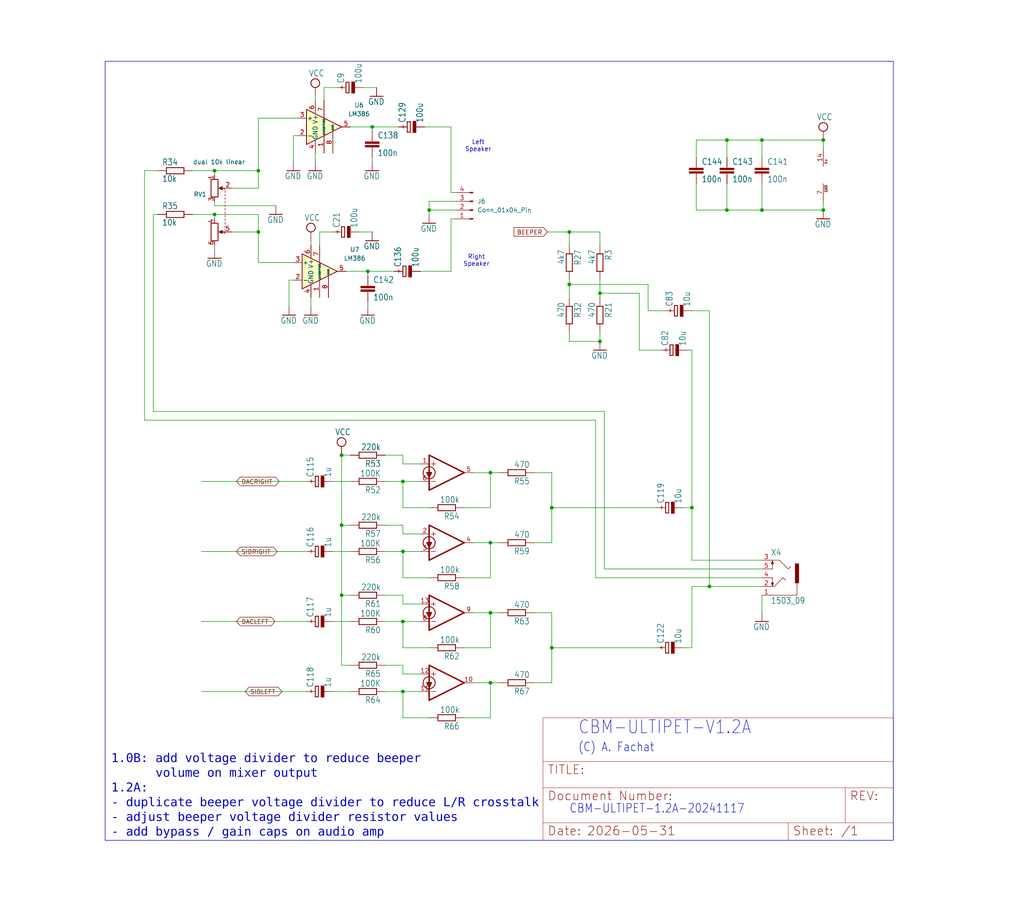
<source format=kicad_sch>
(kicad_sch (version 20250114) (generator "eeschema") (generator_version "9.0")
  (paper "User" 297.002 264.312)
  (lib_symbols
    (symbol "Amplifier_Audio:LM386" (pin_names (offset 0.127))
      (property "Reference" "U" (at 1.27 7.62 0))
      (property "Value" "LM386" (at 1.27 5.08 0))
      (symbol "LM386_0_1"
        (polyline (pts (xy 5.08 0) (xy -5.08 5.08) (xy -5.08 -5.08) (xy 5.08 0)) (stroke (width 0.254)) (fill (type background)))
      )
      (symbol "LM386_1_1"
        (pin input line (at -7.62 2.54 0) (length 2.54) (name "+") (number "3"))
        (pin input line (at -7.62 -2.54 0) (length 2.54) (name "-") (number "2"))
        (pin power_in line (at -2.54 7.62 270) (length 3.81) (name "V+") (number "6"))
        (pin power_in line (at -2.54 -7.62 90) (length 3.81) (name "GND") (number "4"))
        (pin input line (at 0 7.62 270) (length 5.08) (name "BYPASS") (number "7"))
        (pin input line (at 0 -7.62 90) (length 5.08) (name "GAIN") (number "1"))
        (pin input line (at 2.54 -7.62 90) (length 6.35) (name "GAIN") (number "8"))
        (pin output line (at 7.62 0 180) (length 2.54) (name "~") (number "5"))
      )
    )
    (symbol "Connector:Conn_01x04_Pin" (pin_names (offset 1.016) (hide yes))
      (property "Reference" "J" (at 0 5.08 0))
      (property "Value" "Conn_01x04_Pin" (at 0 -7.62 0))
      (symbol "Conn_01x04_Pin_1_1"
        (rectangle (start 0.8636 2.667) (end 0 2.413) (stroke (width 0.1524)) (fill (type outline)))
        (rectangle (start 0.8636 0.127) (end 0 -0.127) (stroke (width 0.1524)) (fill (type outline)))
        (rectangle (start 0.8636 -2.413) (end 0 -2.667) (stroke (width 0.1524)) (fill (type outline)))
        (rectangle (start 0.8636 -4.953) (end 0 -5.207) (stroke (width 0.1524)) (fill (type outline)))
        (polyline (pts (xy 1.27 2.54) (xy 0.8636 2.54)) (stroke (width 0.1524)))
        (polyline (pts (xy 1.27 0) (xy 0.8636 0)) (stroke (width 0.1524)))
        (polyline (pts (xy 1.27 -2.54) (xy 0.8636 -2.54)) (stroke (width 0.1524)))
        (polyline (pts (xy 1.27 -5.08) (xy 0.8636 -5.08)) (stroke (width 0.1524)))
        (pin passive line (at 5.08 2.54 180) (length 3.81) (name "Pin_1") (number "1"))
        (pin passive line (at 5.08 0 180) (length 3.81) (name "Pin_2") (number "2"))
        (pin passive line (at 5.08 -2.54 180) (length 3.81) (name "Pin_3") (number "3"))
        (pin passive line (at 5.08 -5.08 180) (length 3.81) (name "Pin_4") (number "4"))
      )
    )
    (symbol "Device:R_Potentiometer_Dual" (pin_names (offset 1.016) (hide yes))
      (property "Reference" "RV" (at 0 3.81 0))
      (property "Value" "R_Potentiometer_Dual" (at 0 1.905 0))
      (symbol "R_Potentiometer_Dual_0_1"
        (rectangle (start -8.89 -1.524) (end -3.81 -3.556) (stroke (width 0.254)))
        (polyline (pts (xy -6.35 0) (xy -6.35 -1.016)))
        (polyline (pts (xy -6.35 0) (xy -6.35 -1.016)))
        (polyline (pts (xy -6.35 0) (xy -5.842 0.508)))
        (polyline (pts (xy -6.35 -1.397) (xy -6.858 -0.254) (xy -5.842 -0.254) (xy -6.35 -1.397)) (fill (type outline)))
        (polyline (pts (xy -5.588 0.508) (xy -5.08 0.508)))
        (polyline (pts (xy -4.572 0.508) (xy -4.064 0.508)))
        (polyline (pts (xy -3.556 0.508) (xy -3.048 0.508)))
        (polyline (pts (xy -2.54 0.508) (xy -2.032 0.508)))
        (polyline (pts (xy -1.524 0.508) (xy -1.016 0.508)))
        (polyline (pts (xy -0.508 0.508) (xy 0 0.508)))
        (polyline (pts (xy 0.508 0.508) (xy 1.016 0.508)))
        (polyline (pts (xy 1.524 0.508) (xy 2.032 0.508)))
        (polyline (pts (xy 2.54 0.508) (xy 3.048 0.508)))
        (polyline (pts (xy 3.556 0.508) (xy 4.064 0.508)))
        (rectangle (start 3.81 -1.524) (end 8.89 -3.556) (stroke (width 0.254)))
        (polyline (pts (xy 4.572 0.508) (xy 5.08 0.508)))
        (polyline (pts (xy 5.588 0.508) (xy 6.096 0.508)))
        (polyline (pts (xy 6.35 0) (xy 6.35 -1.016)))
        (polyline (pts (xy 6.35 0) (xy 6.35 -1.016)))
        (polyline (pts (xy 6.35 -1.397) (xy 5.842 -0.254) (xy 6.858 -0.254) (xy 6.35 -1.397)) (fill (type outline)))
        (polyline (pts (xy 6.604 0.508) (xy 6.858 0.508) (xy 6.35 0)))
      )
      (symbol "R_Potentiometer_Dual_1_1"
        (pin passive line (at -10.16 -2.54 0) (length 1.27) (name "1") (number "1"))
        (pin passive line (at -6.35 2.54 270) (length 2.54) (name "2") (number "2"))
        (pin passive line (at -2.54 -2.54 180) (length 1.27) (name "3") (number "3"))
        (pin passive line (at 2.54 -2.54 0) (length 1.27) (name "4") (number "4"))
        (pin passive line (at 6.35 2.54 270) (length 2.54) (name "5") (number "5"))
        (pin passive line (at 10.16 -2.54 180) (length 1.27) (name "6") (number "6"))
      )
    )
    (symbol "cbm_ultipet_v1-eagle-import:1503_09"
      (property "Reference" "X" (at -2.54 6.35 0))
      (symbol "1503_09_1_0"
        (polyline (pts (xy -2.54 5.08) (xy 0 5.08)) (stroke (width 0.1524)))
        (polyline (pts (xy -2.54 2.54) (xy -2.032 2.54)) (stroke (width 0.1524)))
        (polyline (pts (xy -2.54 0) (xy -2.032 0)) (stroke (width 0.1524)))
        (polyline (pts (xy -2.54 -2.54) (xy -1.524 -2.54)) (stroke (width 0.1524)))
        (polyline (pts (xy -2.54 -5.08) (xy 5.08 -5.08)) (stroke (width 0.1524)))
        (polyline (pts (xy -2.286 4.064) (xy -1.778 4.064)) (stroke (width 0.254)))
        (polyline (pts (xy -2.286 -1.524) (xy -1.778 -1.524)) (stroke (width 0.254)))
        (polyline (pts (xy -2.032 4.826) (xy -2.286 4.064)) (stroke (width 0.254)))
        (polyline (pts (xy -2.032 2.54) (xy -2.032 4.826)) (stroke (width 0.1524)))
        (polyline (pts (xy -2.032 0) (xy -2.032 -2.286)) (stroke (width 0.1524)))
        (polyline (pts (xy -2.032 -2.286) (xy -2.286 -1.524)) (stroke (width 0.254)))
        (polyline (pts (xy -1.778 4.064) (xy -2.032 4.826)) (stroke (width 0.254)))
        (polyline (pts (xy -1.778 -1.524) (xy -2.032 -2.286)) (stroke (width 0.254)))
        (polyline (pts (xy -1.524 -2.54) (xy 1.016 0)) (stroke (width 0.1524)))
        (polyline (pts (xy 0 5.08) (xy 2.54 2.54)) (stroke (width 0.1524)))
        (polyline (pts (xy 1.016 0) (xy 1.778 -0.762)) (stroke (width 0.1524)))
        (polyline (pts (xy 2.54 2.54) (xy 3.302 3.302)) (stroke (width 0.1524)))
        (rectangle (start 4.572 4.064) (end 5.588 -1.524) (fill (type outline)))
        (polyline (pts (xy 5.08 -5.08) (xy 5.08 -1.524)) (stroke (width 0.1524)))
        (pin passive line (at -5.08 5.08 0) (length 2.54) (name "3") (number "3"))
        (pin passive line (at -5.08 2.54 0) (length 2.54) (name "5") (number "5"))
        (pin passive line (at -5.08 0 0) (length 2.54) (name "4") (number "4"))
        (pin passive line (at -5.08 -2.54 0) (length 2.54) (name "2") (number "2"))
        (pin passive line (at -5.08 -5.08 0) (length 2.54) (name "1") (number "1"))
      )
    )
    (symbol "cbm_ultipet_v1-eagle-import:C-EU025-024X044"
      (property "Reference" "C" (at 1.524 0.381 0))
      (symbol "C-EU025-024X044_1_0"
        (rectangle (start -2.032 -1.016) (end 2.032 -0.508) (fill (type outline)))
        (rectangle (start -2.032 -2.032) (end 2.032 -1.524) (fill (type outline)))
        (polyline (pts (xy 0 0) (xy 0 -0.508)) (stroke (width 0.1524)))
        (polyline (pts (xy 0 -2.54) (xy 0 -2.032)) (stroke (width 0.1524)))
        (pin passive line (at 0 2.54 270) (length 2.54) (name "1") (number "1"))
        (pin passive line (at 0 -5.08 90) (length 2.54) (name "2") (number "2"))
      )
    )
    (symbol "cbm_ultipet_v1-eagle-import:CPOL-EUE2-5"
      (property "Reference" "C" (at 1.143 0.4826 0))
      (symbol "CPOL-EUE2-5_1_0"
        (rectangle (start -1.651 -2.54) (end 1.651 -1.651) (fill (type outline)))
        (polyline (pts (xy -1.524 0) (xy -1.524 -0.889)) (stroke (width 0.254)))
        (polyline (pts (xy -1.524 0) (xy 1.524 0)) (stroke (width 0.254)))
        (polyline (pts (xy -1.524 -0.889) (xy 1.524 -0.889)) (stroke (width 0.254)))
        (polyline (pts (xy 1.524 -0.889) (xy 1.524 0)) (stroke (width 0.254)))
        (text "+" (at -0.5842 0.4064 900) (effects (font (size 1.27 1.0795)) (justify left bottom)))
        (pin passive line (at 0 2.54 270) (length 2.54) (name "+") (number "+"))
        (pin passive line (at 0 -5.08 90) (length 2.54) (name "-") (number "-"))
      )
    )
    (symbol "cbm_ultipet_v1-eagle-import:DOCFIELD"
      (symbol "DOCFIELD_1_0"
        (polyline (pts (xy 0 22.86) (xy 0 35.56)) (stroke (width 0.1016)))
        (polyline (pts (xy 0 22.86) (xy 101.6 22.86)) (stroke (width 0.1016)))
        (polyline (pts (xy 0 15.24) (xy 0 22.86)) (stroke (width 0.1016)))
        (polyline (pts (xy 0 5.08) (xy 0 15.24)) (stroke (width 0.1016)))
        (polyline (pts (xy 0 5.08) (xy 71.12 5.08)) (stroke (width 0.1016)))
        (polyline (pts (xy 0 0) (xy 0 5.08)) (stroke (width 0.1016)))
        (polyline (pts (xy 0 0) (xy 71.12 0)) (stroke (width 0.1016)))
        (polyline (pts (xy 71.12 5.08) (xy 71.12 0)) (stroke (width 0.1016)))
        (polyline (pts (xy 71.12 5.08) (xy 87.63 5.08)) (stroke (width 0.1016)))
        (polyline (pts (xy 71.12 0) (xy 101.6 0)) (stroke (width 0.1016)))
        (polyline (pts (xy 87.63 15.24) (xy 0 15.24)) (stroke (width 0.1016)))
        (polyline (pts (xy 87.63 15.24) (xy 87.63 5.08)) (stroke (width 0.1016)))
        (polyline (pts (xy 87.63 5.08) (xy 101.6 5.08)) (stroke (width 0.1016)))
        (polyline (pts (xy 101.6 35.56) (xy 0 35.56)) (stroke (width 0.1016)))
        (polyline (pts (xy 101.6 35.56) (xy 101.6 22.86)) (stroke (width 0.1016)))
        (polyline (pts (xy 101.6 22.86) (xy 101.6 15.24)) (stroke (width 0.1016)))
        (polyline (pts (xy 101.6 15.24) (xy 87.63 15.24)) (stroke (width 0.1016)))
        (polyline (pts (xy 101.6 15.24) (xy 101.6 5.08)) (stroke (width 0.1016)))
        (polyline (pts (xy 101.6 5.08) (xy 101.6 0)) (stroke (width 0.1016)))
        (text "TITLE:" (at 1.27 19.05 0) (effects (font (size 2.54 2.54)) (justify left bottom)))
        (text "Document Number:" (at 1.27 11.43 0) (effects (font (size 2.54 2.54)) (justify left bottom)))
        (text "Date:" (at 1.27 1.27 0) (effects (font (size 2.54 2.54)) (justify left bottom)))
        (text "${CURRENT_DATE}" (at 12.7 1.27 0) (effects (font (size 2.54 2.54)) (justify left bottom)))
        (text "${PROJECTNAME}" (at 17.78 19.05 0) (effects (font (size 2.54 2.54)) (justify left bottom)))
        (text "Sheet:" (at 72.39 1.27 0) (effects (font (size 2.54 2.54)) (justify left bottom)))
        (text "${#}/${##}" (at 86.36 1.27 0) (effects (font (size 2.54 2.54)) (justify left bottom)))
        (text "REV:" (at 88.9 11.43 0) (effects (font (size 2.54 2.54)) (justify left bottom)))
      )
    )
    (symbol "cbm_ultipet_v1-eagle-import:GND" (power)
      (property "Value" "GND" (at -2.54 -2.54 0))
      (symbol "GND_1_0"
        (polyline (pts (xy -1.905 0) (xy 1.905 0)) (stroke (width 0.254)))
        (pin power_in line (at 0 2.54 270) (length 2.54) (name "GND") (number "1"))
      )
    )
    (symbol "cbm_ultipet_v1-eagle-import:LM3900N"
      (symbol "LM3900N_1_0"
        (polyline (pts (xy -5.715 0) (xy -5.1562 -1.1176)) (stroke (width 0.4064)))
        (polyline (pts (xy -5.715 0) (xy -4.445 0)) (stroke (width 0.4064)))
        (polyline (pts (xy -5.08 5.08) (xy -5.08 -5.08)) (stroke (width 0.4064)))
        (circle (center -5.08 0) (radius 1.7526) (stroke (width 0.254)))
        (polyline (pts (xy -5.08 -5.08) (xy 5.08 0)) (stroke (width 0.4064)))
        (polyline (pts (xy -4.445 2.54) (xy -3.175 2.54)) (stroke (width 0.1524)))
        (polyline (pts (xy -4.445 0) (xy -5.0038 -1.1176)) (stroke (width 0.4064)))
        (polyline (pts (xy -4.445 -2.54) (xy -3.175 -2.54)) (stroke (width 0.1524)))
        (polyline (pts (xy -3.81 3.175) (xy -3.81 1.905)) (stroke (width 0.1524)))
        (polyline (pts (xy 5.08 0) (xy -5.08 5.08)) (stroke (width 0.4064)))
        (pin input line (at -7.62 2.54 0) (length 2.54) (name "+IN") (number "1"))
        (pin input line (at -7.62 -2.54 0) (length 2.54) (name "-IN") (number "6"))
        (pin output line (at 7.62 0 180) (length 2.54) (name "OUT") (number "5"))
      )
      (symbol "LM3900N_2_0"
        (polyline (pts (xy -5.715 0) (xy -5.1562 -1.1176)) (stroke (width 0.4064)))
        (polyline (pts (xy -5.715 0) (xy -4.445 0)) (stroke (width 0.4064)))
        (polyline (pts (xy -5.08 5.08) (xy -5.08 -5.08)) (stroke (width 0.4064)))
        (circle (center -5.08 0) (radius 1.7526) (stroke (width 0.254)))
        (polyline (pts (xy -5.08 -5.08) (xy 5.08 0)) (stroke (width 0.4064)))
        (polyline (pts (xy -4.445 2.54) (xy -3.175 2.54)) (stroke (width 0.1524)))
        (polyline (pts (xy -4.445 0) (xy -5.0038 -1.1176)) (stroke (width 0.4064)))
        (polyline (pts (xy -4.445 -2.54) (xy -3.175 -2.54)) (stroke (width 0.1524)))
        (polyline (pts (xy -3.81 3.175) (xy -3.81 1.905)) (stroke (width 0.1524)))
        (polyline (pts (xy 5.08 0) (xy -5.08 5.08)) (stroke (width 0.4064)))
        (pin input line (at -7.62 2.54 0) (length 2.54) (name "+IN") (number "2"))
        (pin input line (at -7.62 -2.54 0) (length 2.54) (name "-IN") (number "3"))
        (pin output line (at 7.62 0 180) (length 2.54) (name "OUT") (number "4"))
      )
      (symbol "LM3900N_3_0"
        (polyline (pts (xy -5.715 0) (xy -5.1562 -1.1176)) (stroke (width 0.4064)))
        (polyline (pts (xy -5.715 0) (xy -4.445 0)) (stroke (width 0.4064)))
        (polyline (pts (xy -5.08 5.08) (xy -5.08 -5.08)) (stroke (width 0.4064)))
        (circle (center -5.08 0) (radius 1.7526) (stroke (width 0.254)))
        (polyline (pts (xy -5.08 -5.08) (xy 5.08 0)) (stroke (width 0.4064)))
        (polyline (pts (xy -4.445 2.54) (xy -3.175 2.54)) (stroke (width 0.1524)))
        (polyline (pts (xy -4.445 0) (xy -5.0038 -1.1176)) (stroke (width 0.4064)))
        (polyline (pts (xy -4.445 -2.54) (xy -3.175 -2.54)) (stroke (width 0.1524)))
        (polyline (pts (xy -3.81 3.175) (xy -3.81 1.905)) (stroke (width 0.1524)))
        (polyline (pts (xy 5.08 0) (xy -5.08 5.08)) (stroke (width 0.4064)))
        (pin input line (at -7.62 2.54 0) (length 2.54) (name "+IN") (number "13"))
        (pin input line (at -7.62 -2.54 0) (length 2.54) (name "-IN") (number "8"))
        (pin output line (at 7.62 0 180) (length 2.54) (name "OUT") (number "9"))
      )
      (symbol "LM3900N_4_0"
        (polyline (pts (xy -5.715 0) (xy -5.1562 -1.1176)) (stroke (width 0.4064)))
        (polyline (pts (xy -5.715 0) (xy -4.445 0)) (stroke (width 0.4064)))
        (polyline (pts (xy -5.08 5.08) (xy -5.08 -5.08)) (stroke (width 0.4064)))
        (circle (center -5.08 0) (radius 1.7526) (stroke (width 0.254)))
        (polyline (pts (xy -5.08 -5.08) (xy 5.08 0)) (stroke (width 0.4064)))
        (polyline (pts (xy -4.445 2.54) (xy -3.175 2.54)) (stroke (width 0.1524)))
        (polyline (pts (xy -4.445 0) (xy -5.0038 -1.1176)) (stroke (width 0.4064)))
        (polyline (pts (xy -4.445 -2.54) (xy -3.175 -2.54)) (stroke (width 0.1524)))
        (polyline (pts (xy -3.81 3.175) (xy -3.81 1.905)) (stroke (width 0.1524)))
        (polyline (pts (xy 5.08 0) (xy -5.08 5.08)) (stroke (width 0.4064)))
        (pin input line (at -7.62 2.54 0) (length 2.54) (name "+IN") (number "12"))
        (pin input line (at -7.62 -2.54 0) (length 2.54) (name "-IN") (number "11"))
        (pin output line (at 7.62 0 180) (length 2.54) (name "OUT") (number "10"))
      )
      (symbol "LM3900N_5_0"
        (text "V+" (at 1.27 3.175 900) (effects (font (size 0.8128 0.6908)) (justify left bottom)))
        (text "GND" (at 1.27 -5.08 900) (effects (font (size 0.8128 0.6908)) (justify left bottom)))
        (pin power_in line (at 0 7.62 270) (length 5.08) (name "V+") (number "14"))
        (pin power_in line (at 0 -7.62 90) (length 5.08) (name "GND") (number "7"))
      )
    )
    (symbol "cbm_ultipet_v1-eagle-import:R-EU_0204/7"
      (property "Reference" "R" (at -3.81 1.4986 0))
      (symbol "R-EU_0204/7_1_0"
        (polyline (pts (xy -2.54 -0.889) (xy -2.54 0.889)) (stroke (width 0.254)))
        (polyline (pts (xy -2.54 -0.889) (xy 2.54 -0.889)) (stroke (width 0.254)))
        (polyline (pts (xy 2.54 0.889) (xy -2.54 0.889)) (stroke (width 0.254)))
        (polyline (pts (xy 2.54 -0.889) (xy 2.54 0.889)) (stroke (width 0.254)))
        (pin passive line (at -5.08 0 0) (length 2.54) (name "1") (number "1"))
        (pin passive line (at 5.08 0 180) (length 2.54) (name "2") (number "2"))
      )
    )
    (symbol "cbm_ultipet_v1-eagle-import:VCC" (power)
      (property "Value" "VCC" (at -1.905 3.175 0))
      (symbol "VCC_1_0"
        (circle (center 0 1.27) (radius 1.27) (stroke (width 0.254)))
        (pin power_in line (at 0 -2.54 90) (length 2.54) (name "VCC") (number "1"))
      )
    )
  )
  (text "Right\nSpeaker\n" (at 138.176 75.692 0) (effects (font (size 1.27 1.27))))
  (text "CBM-ULTIPET-V1.2A" (at 167.64 213.36 0) (effects (font (size 3.81 3.2385)) (justify left bottom)))
  (text "(C) A. Fachat" (at 167.64 218.44 0) (effects (font (size 2.54 2.159)) (justify left bottom)))
  (text "CBM-ULTIPET-1.2A-20241117\n" (at 165.1 236.22 0) (effects (font (size 2.54 2.159)) (justify left bottom)))
  (text "Left\nSpeaker\n" (at 138.684 42.418 0) (effects (font (size 1.27 1.27))))
  (text "1.0B: add voltage divider to reduce beeper \n      volume on mixer output\n1.2A: \n- duplicate beeper voltage divider to reduce L/R crosstalk\n- adjust beeper voltage divider resistor values\n- add bypass / gain caps on audio amp" (at 32.258 231.648 0) (effects (font (size 2.54 2.54)) (justify left)))
  (junction (at 62.23 49.53))
  (junction (at 116.84 160.02))
  (junction (at 116.84 200.66))
  (junction (at 160.02 147.32))
  (junction (at 124.46 60.96))
  (junction (at 74.93 67.31))
  (junction (at 165.1 82.55))
  (junction (at 74.93 49.53))
  (junction (at 210.82 40.64))
  (junction (at 107.95 36.83))
  (junction (at 62.23 62.23))
  (junction (at 238.76 60.96))
  (junction (at 142.24 137.16))
  (junction (at 210.82 60.96))
  (junction (at 99.06 152.4))
  (junction (at 116.84 180.34))
  (junction (at 99.06 172.72))
  (junction (at 106.68 78.74))
  (junction (at 220.98 40.64))
  (junction (at 142.24 157.48))
  (junction (at 142.24 177.8))
  (junction (at 165.1 67.31))
  (junction (at 200.66 147.32))
  (junction (at 160.02 187.96))
  (junction (at 173.99 85.09))
  (junction (at 238.76 40.64))
  (junction (at 205.74 170.18))
  (junction (at 116.84 139.7))
  (junction (at 173.99 99.06))
  (junction (at 220.98 60.96))
  (junction (at 142.24 198.12))
  (junction (at 99.06 132.08))
  (wire (pts (xy 74.93 67.31) (xy 74.93 76.2)))
  (wire (pts (xy 210.82 40.64) (xy 201.93 40.64)) (stroke (width 0.1524)))
  (wire (pts (xy 142.24 167.64) (xy 142.24 157.48)) (stroke (width 0.1524)))
  (wire (pts (xy 62.23 71.12) (xy 62.23 72.39)))
  (wire (pts (xy 137.16 137.16) (xy 142.24 137.16)) (stroke (width 0.1524)))
  (wire (pts (xy 220.98 60.96) (xy 238.76 60.96)) (stroke (width 0.1524)))
  (wire (pts (xy 104.14 67.31) (xy 107.95 67.31)))
  (wire (pts (xy 173.99 85.09) (xy 185.42 85.09)))
  (wire (pts (xy 160.02 147.32) (xy 190.5 147.32)) (stroke (width 0.1524)))
  (wire (pts (xy 124.46 167.64) (xy 116.84 167.64)) (stroke (width 0.1524)))
  (wire (pts (xy 134.62 208.28) (xy 142.24 208.28)) (stroke (width 0.1524)))
  (wire (pts (xy 67.31 67.31) (xy 74.93 67.31)))
  (wire (pts (xy 238.76 60.96) (xy 238.76 58.42)) (stroke (width 0.1524)))
  (wire (pts (xy 142.24 147.32) (xy 142.24 137.16)) (stroke (width 0.1524)))
  (wire (pts (xy 116.84 132.08) (xy 116.84 134.62)) (stroke (width 0.1524)))
  (wire (pts (xy 116.84 180.34) (xy 121.92 180.34)) (stroke (width 0.1524)))
  (wire (pts (xy 106.68 78.74) (xy 114.3 78.74)))
  (wire (pts (xy 96.52 139.7) (xy 101.6 139.7)) (stroke (width 0.1524)))
  (wire (pts (xy 220.98 167.64) (xy 172.72 167.64)))
  (wire (pts (xy 74.93 49.53) (xy 74.93 34.29)))
  (wire (pts (xy 90.17 69.85) (xy 90.17 71.12)))
  (wire (pts (xy 200.66 147.32) (xy 200.66 162.56)) (stroke (width 0.1524)))
  (wire (pts (xy 44.45 62.23) (xy 44.45 119.38)))
  (wire (pts (xy 99.06 172.72) (xy 99.06 193.04)) (stroke (width 0.1524)))
  (wire (pts (xy 130.81 63.5) (xy 132.08 63.5)))
  (wire (pts (xy 124.46 60.96) (xy 132.08 60.96)))
  (wire (pts (xy 172.72 167.64) (xy 172.72 121.92)))
  (wire (pts (xy 173.99 81.28) (xy 173.99 85.09)))
  (wire (pts (xy 111.76 193.04) (xy 116.84 193.04)) (stroke (width 0.1524)))
  (wire (pts (xy 165.1 67.31) (xy 173.99 67.31)))
  (wire (pts (xy 160.02 187.96) (xy 190.5 187.96)) (stroke (width 0.1524)))
  (wire (pts (xy 134.62 147.32) (xy 142.24 147.32)) (stroke (width 0.1524)))
  (wire (pts (xy 173.99 85.09) (xy 173.99 86.36)))
  (wire (pts (xy 44.45 119.38) (xy 175.26 119.38)))
  (wire (pts (xy 201.93 60.96) (xy 210.82 60.96)) (stroke (width 0.1524)))
  (wire (pts (xy 99.06 152.4) (xy 99.06 172.72)) (stroke (width 0.1524)))
  (wire (pts (xy 210.82 40.64) (xy 210.82 45.72)))
  (wire (pts (xy 124.46 60.96) (xy 124.46 62.23)))
  (wire (pts (xy 173.99 96.52) (xy 173.99 99.06)))
  (wire (pts (xy 165.1 99.06) (xy 165.1 96.52)))
  (wire (pts (xy 124.46 208.28) (xy 116.84 208.28)) (stroke (width 0.1524)))
  (wire (pts (xy 55.88 49.53) (xy 62.23 49.53)))
  (wire (pts (xy 116.84 139.7) (xy 121.92 139.7)) (stroke (width 0.1524)))
  (wire (pts (xy 106.68 87.63) (xy 106.68 88.9)))
  (wire (pts (xy 124.46 147.32) (xy 116.84 147.32)) (stroke (width 0.1524)))
  (wire (pts (xy 74.93 62.23) (xy 74.93 67.31)))
  (polyline (pts (xy 30.48 17.78) (xy 30.48 243.84)) (stroke (width 0.1524) (type solid)))
  (wire (pts (xy 99.06 132.08) (xy 99.06 152.4)) (stroke (width 0.1524)))
  (wire (pts (xy 106.68 78.74) (xy 106.68 80.01)))
  (wire (pts (xy 62.23 50.8) (xy 62.23 49.53)))
  (wire (pts (xy 116.84 160.02) (xy 121.92 160.02)) (stroke (width 0.1524)))
  (wire (pts (xy 142.24 198.12) (xy 144.78 198.12)) (stroke (width 0.1524)))
  (wire (pts (xy 134.62 167.64) (xy 142.24 167.64)) (stroke (width 0.1524)))
  (polyline (pts (xy 30.48 243.84) (xy 259.08 243.84)) (stroke (width 0.1524) (type solid)))
  (wire (pts (xy 92.71 71.12) (xy 92.71 67.31)))
  (wire (pts (xy 90.17 86.36) (xy 90.17 88.9)))
  (wire (pts (xy 85.09 81.28) (xy 83.82 81.28)))
  (wire (pts (xy 100.33 78.74) (xy 106.68 78.74)))
  (wire (pts (xy 58.42 200.66) (xy 88.9 200.66)) (stroke (width 0.1524)))
  (wire (pts (xy 130.81 36.83) (xy 130.81 55.88)))
  (wire (pts (xy 58.42 139.7) (xy 88.9 139.7)) (stroke (width 0.1524)))
  (wire (pts (xy 158.75 67.31) (xy 165.1 67.31)))
  (polyline (pts (xy 259.08 17.78) (xy 30.48 17.78)) (stroke (width 0.1524) (type solid)))
  (wire (pts (xy 200.66 162.56) (xy 220.98 162.56)) (stroke (width 0.1524)))
  (wire (pts (xy 116.84 187.96) (xy 116.84 180.34)) (stroke (width 0.1524)))
  (wire (pts (xy 41.91 121.92) (xy 172.72 121.92)))
  (wire (pts (xy 137.16 157.48) (xy 142.24 157.48)) (stroke (width 0.1524)))
  (wire (pts (xy 116.84 200.66) (xy 121.92 200.66)) (stroke (width 0.1524)))
  (wire (pts (xy 44.45 62.23) (xy 45.72 62.23)))
  (wire (pts (xy 83.82 81.28) (xy 83.82 88.9)))
  (wire (pts (xy 91.44 44.45) (xy 91.44 46.99)))
  (wire (pts (xy 134.62 187.96) (xy 142.24 187.96)) (stroke (width 0.1524)))
  (wire (pts (xy 187.96 90.17) (xy 193.04 90.17)))
  (wire (pts (xy 96.52 180.34) (xy 101.6 180.34)) (stroke (width 0.1524)))
  (wire (pts (xy 142.24 137.16) (xy 144.78 137.16)) (stroke (width 0.1524)))
  (wire (pts (xy 74.93 54.61) (xy 74.93 49.53)))
  (wire (pts (xy 107.95 36.83) (xy 107.95 38.1)))
  (wire (pts (xy 198.12 187.96) (xy 200.66 187.96)) (stroke (width 0.1524)))
  (wire (pts (xy 101.6 132.08) (xy 99.06 132.08)) (stroke (width 0.1524)))
  (wire (pts (xy 137.16 198.12) (xy 142.24 198.12)) (stroke (width 0.1524)))
  (wire (pts (xy 198.12 147.32) (xy 200.66 147.32)) (stroke (width 0.1524)))
  (wire (pts (xy 121.92 78.74) (xy 130.81 78.74)))
  (wire (pts (xy 160.02 177.8) (xy 160.02 187.96)) (stroke (width 0.1524)))
  (wire (pts (xy 165.1 81.28) (xy 165.1 82.55)))
  (wire (pts (xy 41.91 49.53) (xy 41.91 121.92)))
  (wire (pts (xy 111.76 200.66) (xy 116.84 200.66)) (stroke (width 0.1524)))
  (wire (pts (xy 220.98 45.72) (xy 220.98 40.64)) (stroke (width 0.1524)))
  (wire (pts (xy 173.99 99.06) (xy 165.1 99.06)))
  (wire (pts (xy 154.94 177.8) (xy 160.02 177.8)) (stroke (width 0.1524)))
  (wire (pts (xy 62.23 62.23) (xy 74.93 62.23)))
  (wire (pts (xy 205.74 90.17) (xy 205.74 170.18)))
  (wire (pts (xy 173.99 67.31) (xy 173.99 71.12)))
  (wire (pts (xy 67.31 54.61) (xy 74.93 54.61)))
  (wire (pts (xy 111.76 139.7) (xy 116.84 139.7)) (stroke (width 0.1524)))
  (polyline (pts (xy 259.08 243.84) (xy 259.08 17.78)) (stroke (width 0.1524) (type solid)))
  (wire (pts (xy 201.93 40.64) (xy 201.93 45.72)) (stroke (width 0.1524)))
  (wire (pts (xy 101.6 36.83) (xy 107.95 36.83)))
  (wire (pts (xy 91.44 27.94) (xy 91.44 29.21)))
  (wire (pts (xy 74.93 76.2) (xy 85.09 76.2)))
  (wire (pts (xy 96.52 200.66) (xy 101.6 200.66)) (stroke (width 0.1524)))
  (wire (pts (xy 130.81 55.88) (xy 132.08 55.88)))
  (wire (pts (xy 185.42 85.09) (xy 185.42 101.6)))
  (wire (pts (xy 200.66 170.18) (xy 205.74 170.18)) (stroke (width 0.1524)))
  (wire (pts (xy 107.95 36.83) (xy 115.57 36.83)))
  (wire (pts (xy 220.98 53.34) (xy 220.98 60.96)) (stroke (width 0.1524)))
  (wire (pts (xy 105.41 25.4) (xy 109.22 25.4)))
  (wire (pts (xy 200.66 90.17) (xy 205.74 90.17)))
  (wire (pts (xy 165.1 82.55) (xy 165.1 86.36)))
  (wire (pts (xy 220.98 172.72) (xy 220.98 177.8)) (stroke (width 0.1524)))
  (wire (pts (xy 111.76 172.72) (xy 116.84 172.72)) (stroke (width 0.1524)))
  (wire (pts (xy 58.42 160.02) (xy 88.9 160.02)) (stroke (width 0.1524)))
  (wire (pts (xy 205.74 170.18) (xy 220.98 170.18)) (stroke (width 0.1524)))
  (wire (pts (xy 165.1 82.55) (xy 187.96 82.55)))
  (wire (pts (xy 187.96 82.55) (xy 187.96 90.17)))
  (wire (pts (xy 85.09 39.37) (xy 85.09 46.99)))
  (wire (pts (xy 154.94 137.16) (xy 160.02 137.16)) (stroke (width 0.1524)))
  (wire (pts (xy 107.95 45.72) (xy 107.95 46.99)))
  (wire (pts (xy 210.82 60.96) (xy 220.98 60.96)) (stroke (width 0.1524)))
  (wire (pts (xy 116.84 152.4) (xy 116.84 154.94)) (stroke (width 0.1524)))
  (wire (pts (xy 199.39 101.6) (xy 200.66 101.6)))
  (wire (pts (xy 160.02 187.96) (xy 160.02 198.12)) (stroke (width 0.1524)))
  (wire (pts (xy 142.24 157.48) (xy 144.78 157.48)) (stroke (width 0.1524)))
  (wire (pts (xy 191.77 101.6) (xy 185.42 101.6)))
  (wire (pts (xy 62.23 49.53) (xy 74.93 49.53)))
  (wire (pts (xy 62.23 62.23) (xy 62.23 63.5)))
  (wire (pts (xy 132.08 58.42) (xy 124.46 58.42)))
  (wire (pts (xy 160.02 137.16) (xy 160.02 147.32)) (stroke (width 0.1524)))
  (wire (pts (xy 101.6 172.72) (xy 99.06 172.72)) (stroke (width 0.1524)))
  (wire (pts (xy 92.71 67.31) (xy 96.52 67.31)))
  (wire (pts (xy 220.98 40.64) (xy 238.76 40.64)) (stroke (width 0.1524)))
  (wire (pts (xy 130.81 78.74) (xy 130.81 63.5)))
  (wire (pts (xy 200.66 187.96) (xy 200.66 170.18)) (stroke (width 0.1524)))
  (wire (pts (xy 116.84 147.32) (xy 116.84 139.7)) (stroke (width 0.1524)))
  (wire (pts (xy 220.98 165.1) (xy 175.26 165.1)))
  (wire (pts (xy 93.98 25.4) (xy 97.79 25.4)))
  (wire (pts (xy 116.84 175.26) (xy 121.92 175.26)) (stroke (width 0.1524)))
  (wire (pts (xy 96.52 160.02) (xy 101.6 160.02)) (stroke (width 0.1524)))
  (wire (pts (xy 86.36 39.37) (xy 85.09 39.37)))
  (wire (pts (xy 101.6 193.04) (xy 99.06 193.04)) (stroke (width 0.1524)))
  (wire (pts (xy 111.76 132.08) (xy 116.84 132.08)) (stroke (width 0.1524)))
  (wire (pts (xy 62.23 59.69) (xy 62.23 58.42)))
  (wire (pts (xy 124.46 58.42) (xy 124.46 60.96)))
  (wire (pts (xy 101.6 152.4) (xy 99.06 152.4)) (stroke (width 0.1524)))
  (wire (pts (xy 201.93 60.96) (xy 201.93 53.34)) (stroke (width 0.1524)))
  (wire (pts (xy 116.84 193.04) (xy 116.84 195.58)) (stroke (width 0.1524)))
  (wire (pts (xy 55.88 62.23) (xy 62.23 62.23)))
  (wire (pts (xy 175.26 165.1) (xy 175.26 119.38)))
  (wire (pts (xy 142.24 187.96) (xy 142.24 177.8)) (stroke (width 0.1524)))
  (wire (pts (xy 116.84 195.58) (xy 121.92 195.58)) (stroke (width 0.1524)))
  (wire (pts (xy 160.02 198.12) (xy 154.94 198.12)) (stroke (width 0.1524)))
  (wire (pts (xy 124.46 187.96) (xy 116.84 187.96)) (stroke (width 0.1524)))
  (wire (pts (xy 62.23 59.69) (xy 80.01 59.69)))
  (wire (pts (xy 116.84 172.72) (xy 116.84 175.26)) (stroke (width 0.1524)))
  (wire (pts (xy 200.66 101.6) (xy 200.66 147.32)))
  (wire (pts (xy 74.93 34.29) (xy 86.36 34.29)))
  (wire (pts (xy 111.76 160.02) (xy 116.84 160.02)) (stroke (width 0.1524)))
  (wire (pts (xy 58.42 180.34) (xy 88.9 180.34)) (stroke (width 0.1524)))
  (wire (pts (xy 210.82 53.34) (xy 210.82 60.96)))
  (wire (pts (xy 160.02 157.48) (xy 154.94 157.48)) (stroke (width 0.1524)))
  (wire (pts (xy 116.84 208.28) (xy 116.84 200.66)) (stroke (width 0.1524)))
  (wire (pts (xy 111.76 152.4) (xy 116.84 152.4)) (stroke (width 0.1524)))
  (wire (pts (xy 123.19 36.83) (xy 130.81 36.83)))
  (wire (pts (xy 160.02 147.32) (xy 160.02 157.48)) (stroke (width 0.1524)))
  (wire (pts (xy 116.84 134.62) (xy 121.92 134.62)) (stroke (width 0.1524)))
  (wire (pts (xy 111.76 180.34) (xy 116.84 180.34)) (stroke (width 0.1524)))
  (wire (pts (xy 137.16 177.8) (xy 142.24 177.8)) (stroke (width 0.1524)))
  (wire (pts (xy 165.1 67.31) (xy 165.1 71.12)))
  (wire (pts (xy 116.84 154.94) (xy 121.92 154.94)) (stroke (width 0.1524)))
  (wire (pts (xy 142.24 208.28) (xy 142.24 198.12)) (stroke (width 0.1524)))
  (wire (pts (xy 116.84 167.64) (xy 116.84 160.02)) (stroke (width 0.1524)))
  (wire (pts (xy 45.72 49.53) (xy 41.91 49.53)))
  (wire (pts (xy 142.24 177.8) (xy 144.78 177.8)) (stroke (width 0.1524)))
  (wire (pts (xy 220.98 40.64) (xy 210.82 40.64)) (stroke (width 0.1524)))
  (wire (pts (xy 93.98 29.21) (xy 93.98 25.4)))
  (wire (pts (xy 238.76 43.18) (xy 238.76 40.64)) (stroke (width 0.1524)))
  (global_label "SIDRIGHT" (shape bidirectional) (at 68.58 160.02 0) (effects (font (size 1.2446 1.2446))) (property "Intersheetrefs" "${INTERSHEET_REFS}" (effects (hide yes))))
  (global_label "DACRIGHT" (shape bidirectional) (at 68.58 139.7 0) (effects (font (size 1.2446 1.2446))) (property "Intersheetrefs" "${INTERSHEET_REFS}" (effects (hide yes))))
  (global_label "DACLEFT" (shape bidirectional) (at 68.58 180.34 0) (effects (font (size 1.2446 1.2446))) (property "Intersheetrefs" "${INTERSHEET_REFS}" (effects (hide yes))))
  (global_label "SIDLEFT" (shape bidirectional) (at 71.12 200.66 0) (effects (font (size 1.2446 1.2446))) (property "Intersheetrefs" "${INTERSHEET_REFS}" (effects (hide yes))))
  (global_label "BEEPER" (shape input) (at 158.75 67.31 180) (property "Intersheetrefs" "${INTERSHEET_REFS}" (effects (hide yes))))
  (symbol (lib_id "Amplifier_Audio:LM386") (at 92.71 78.74 0) (unit 1)
    (property "Reference" "U7" (at 102.87 72.4214 0))
    (property "Value" "LM386" (at 102.87 74.9614 0))
    (property "Footprint" "Package_DIP:DIP-8_W7.62mm_Socket_LongPads" (effects (hide yes)))
    (property "Datasheet" "http://www.ti.com/lit/ds/symlink/lm386.pdf" (effects (hide yes)))
    (property "Description" "Low Voltage Audio Power Amplifier, DIP-8/SOIC-8/SSOP-8" (effects (hide yes)))
  )
  (symbol (lib_id "cbm_ultipet_v1-eagle-import:GND") (at 91.44 49.53 0) (unit 1)
    (property "Reference" "#GND0129" (effects (hide yes)))
    (property "Value" "GND" (at 88.9 52.07 0) (effects (font (size 1.778 1.5113)) (justify left bottom)))
  )
  (symbol (lib_id "cbm_ultipet_v1-eagle-import:GND") (at 124.46 64.77 0) (unit 1)
    (property "Reference" "#GND0135" (effects (hide yes)))
    (property "Value" "GND" (at 121.92 67.31 0) (effects (font (size 1.778 1.5113)) (justify left bottom)))
  )
  (symbol (lib_id "cbm_ultipet_v1-eagle-import:C-EU025-024X044") (at 106.68 82.55 0) (unit 1)
    (property "Reference" "C142" (at 108.204 82.169 0) (effects (font (size 1.778 1.5113)) (justify left bottom)))
    (property "Value" "100n" (at 108.204 87.249 0) (effects (font (size 1.778 1.5113)) (justify left bottom)))
    (property "Footprint" "cbm_ultipet_v1:C025-024X044" (effects (hide yes)))
  )
  (symbol (lib_id "cbm_ultipet_v1-eagle-import:R-EU_0204/7") (at 106.68 180.34 180) (unit 1)
    (property "Reference" "R60" (at 110.49 181.8386 0) (effects (font (size 1.778 1.5113)) (justify left bottom)))
    (property "Value" "100K" (at 110.49 177.038 0) (effects (font (size 1.778 1.5113)) (justify left bottom)))
    (property "Footprint" "cbm_ultipet_v1:0204_7" (effects (hide yes)))
  )
  (symbol (lib_id "cbm_ultipet_v1-eagle-import:GND") (at 107.95 69.85 0) (unit 1)
    (property "Reference" "#GND0148" (effects (hide yes)))
    (property "Value" "GND" (at 105.41 72.39 0) (effects (font (size 1.778 1.5113)) (justify left bottom)))
  )
  (symbol (lib_id "cbm_ultipet_v1-eagle-import:R-EU_0204/7") (at 173.99 91.44 270) (unit 1)
    (property "Reference" "R21" (at 175.4886 87.63 0) (effects (font (size 1.778 1.5113)) (justify left bottom)))
    (property "Value" "470" (at 170.688 87.63 0) (effects (font (size 1.778 1.5113)) (justify left bottom)))
    (property "Footprint" "cbm_ultipet_v1:0204_7" (effects (hide yes)))
  )
  (symbol (lib_id "cbm_ultipet_v1-eagle-import:CPOL-EUE2-5") (at 118.11 36.83 90) (unit 1)
    (property "Reference" "C129" (at 117.6274 35.687 0) (effects (font (size 1.778 1.5113)) (justify left bottom)))
    (property "Value" "100u" (at 122.7074 35.687 0) (effects (font (size 1.778 1.5113)) (justify left bottom)))
    (property "Footprint" "cbm_ultipet_v1:E2-5" (effects (hide yes)))
  )
  (symbol (lib_id "cbm_ultipet_v1-eagle-import:GND") (at 107.95 49.53 0) (unit 1)
    (property "Reference" "#GND0134" (effects (hide yes)))
    (property "Value" "GND" (at 105.41 52.07 0) (effects (font (size 1.778 1.5113)) (justify left bottom)))
  )
  (symbol (lib_id "cbm_ultipet_v1-eagle-import:R-EU_0204/7") (at 129.54 147.32 180) (unit 1)
    (property "Reference" "R54" (at 133.35 148.8186 0) (effects (font (size 1.778 1.5113)) (justify left bottom)))
    (property "Value" "100k" (at 133.35 144.018 0) (effects (font (size 1.778 1.5113)) (justify left bottom)))
    (property "Footprint" "cbm_ultipet_v1:0204_7" (effects (hide yes)))
  )
  (symbol (lib_id "cbm_ultipet_v1-eagle-import:R-EU_0204/7") (at 106.68 193.04 180) (unit 1)
    (property "Reference" "R65" (at 110.49 194.5386 0) (effects (font (size 1.778 1.5113)) (justify left bottom)))
    (property "Value" "220k" (at 110.49 189.738 0) (effects (font (size 1.778 1.5113)) (justify left bottom)))
    (property "Footprint" "cbm_ultipet_v1:0204_7" (effects (hide yes)))
  )
  (symbol (lib_id "cbm_ultipet_v1-eagle-import:R-EU_0204/7") (at 106.68 132.08 180) (unit 1)
    (property "Reference" "R53" (at 110.49 133.5786 0) (effects (font (size 1.778 1.5113)) (justify left bottom)))
    (property "Value" "220k" (at 110.49 128.778 0) (effects (font (size 1.778 1.5113)) (justify left bottom)))
    (property "Footprint" "cbm_ultipet_v1:0204_7" (effects (hide yes)))
  )
  (symbol (lib_id "cbm_ultipet_v1-eagle-import:R-EU_0204/7") (at 129.54 167.64 180) (unit 1)
    (property "Reference" "R58" (at 133.35 169.1386 0) (effects (font (size 1.778 1.5113)) (justify left bottom)))
    (property "Value" "100k" (at 133.35 164.338 0) (effects (font (size 1.778 1.5113)) (justify left bottom)))
    (property "Footprint" "cbm_ultipet_v1:0204_7" (effects (hide yes)))
  )
  (symbol (lib_id "cbm_ultipet_v1-eagle-import:R-EU_0204/7") (at 50.8 49.53 0) (unit 1)
    (property "Reference" "R34" (at 46.99 48.0314 0) (effects (font (size 1.778 1.5113)) (justify left bottom)))
    (property "Value" "10k" (at 46.99 52.832 0) (effects (font (size 1.778 1.5113)) (justify left bottom)))
    (property "Footprint" "Resistor_THT:R_Axial_DIN0204_L3.6mm_D1.6mm_P2.54mm_Vertical" (effects (hide yes)))
  )
  (symbol (lib_id "cbm_ultipet_v1-eagle-import:CPOL-EUE2-5") (at 100.33 25.4 90) (unit 1)
    (property "Reference" "C9" (at 99.8474 24.257 0) (effects (font (size 1.778 1.5113)) (justify left bottom)))
    (property "Value" "100u" (at 104.9274 24.257 0) (effects (font (size 1.778 1.5113)) (justify left bottom)))
    (property "Footprint" "cbm_ultipet_v1:E2-5" (effects (hide yes)))
  )
  (symbol (lib_id "Device:R_Potentiometer_Dual") (at 64.77 60.96 270) (unit 1)
    (property "Reference" "RV1" (at 59.944 56.388 90) (effects (justify right)))
    (property "Value" "dual 10k linear" (at 71.12 46.99 90) (effects (justify right)))
    (property "Footprint" "cbm_ultipet_v1:RK12L12_horizontal" (effects (hide yes)))
    (property "Description" "Dual potentiometer" (effects (hide yes)))
  )
  (symbol (lib_id "cbm_ultipet_v1-eagle-import:CPOL-EUE2-5") (at 91.44 200.66 90) (unit 1)
    (property "Reference" "C118" (at 90.9574 199.517 0) (effects (font (size 1.778 1.5113)) (justify left bottom)))
    (property "Value" "1u" (at 96.0374 199.517 0) (effects (font (size 1.778 1.5113)) (justify left bottom)))
    (property "Footprint" "cbm_ultipet_v1:E2-5" (effects (hide yes)))
  )
  (symbol (lib_id "cbm_ultipet_v1-eagle-import:LM3900N") (at 238.76 50.8 0) (unit 5)
    (property "Reference" "IC26" (effects (hide yes)))
    (property "Value" "LM3900N" (effects (hide yes)))
    (property "Footprint" "Package_DIP:DIP-14_W7.62mm_Socket_LongPads" (effects (hide yes)))
  )
  (symbol (lib_id "cbm_ultipet_v1-eagle-import:VCC") (at 238.76 38.1 0) (unit 1)
    (property "Reference" "#V040" (effects (hide yes)))
    (property "Value" "VCC" (at 236.855 34.925 0) (effects (font (size 1.778 1.5113)) (justify left bottom)))
  )
  (symbol (lib_id "cbm_ultipet_v1-eagle-import:CPOL-EUE2-5") (at 99.06 67.31 90) (unit 1)
    (property "Reference" "C21" (at 98.5774 66.167 0) (effects (font (size 1.778 1.5113)) (justify left bottom)))
    (property "Value" "100u" (at 103.6574 66.167 0) (effects (font (size 1.778 1.5113)) (justify left bottom)))
    (property "Footprint" "cbm_ultipet_v1:E2-5" (effects (hide yes)))
  )
  (symbol (lib_id "cbm_ultipet_v1-eagle-import:CPOL-EUE2-5") (at 91.44 160.02 90) (unit 1)
    (property "Reference" "C116" (at 90.9574 158.877 0) (effects (font (size 1.778 1.5113)) (justify left bottom)))
    (property "Value" "1u" (at 96.0374 158.877 0) (effects (font (size 1.778 1.5113)) (justify left bottom)))
    (property "Footprint" "cbm_ultipet_v1:E2-5" (effects (hide yes)))
  )
  (symbol (lib_id "cbm_ultipet_v1-eagle-import:C-EU025-024X044") (at 220.98 48.26 0) (unit 1)
    (property "Reference" "C141" (at 222.504 47.879 0) (effects (font (size 1.778 1.5113)) (justify left bottom)))
    (property "Value" "100n" (at 222.504 52.959 0) (effects (font (size 1.778 1.5113)) (justify left bottom)))
    (property "Footprint" "cbm_ultipet_v1:C025-024X044" (effects (hide yes)))
  )
  (symbol (lib_id "cbm_ultipet_v1-eagle-import:GND") (at 83.82 91.44 0) (unit 1)
    (property "Reference" "#GND0127" (effects (hide yes)))
    (property "Value" "GND" (at 81.28 93.98 0) (effects (font (size 1.778 1.5113)) (justify left bottom)))
  )
  (symbol (lib_id "cbm_ultipet_v1-eagle-import:R-EU_0204/7") (at 149.86 177.8 180) (unit 1)
    (property "Reference" "R63" (at 153.67 179.2986 0) (effects (font (size 1.778 1.5113)) (justify left bottom)))
    (property "Value" "470" (at 153.67 174.498 0) (effects (font (size 1.778 1.5113)) (justify left bottom)))
    (property "Footprint" "cbm_ultipet_v1:0204_7" (effects (hide yes)))
  )
  (symbol (lib_id "cbm_ultipet_v1-eagle-import:GND") (at 220.98 180.34 0) (unit 1)
    (property "Reference" "#GND0102" (effects (hide yes)))
    (property "Value" "GND" (at 218.44 182.88 0) (effects (font (size 1.778 1.5113)) (justify left bottom)))
  )
  (symbol (lib_id "cbm_ultipet_v1-eagle-import:VCC") (at 91.44 25.4 0) (unit 1)
    (property "Reference" "#V039" (effects (hide yes)))
    (property "Value" "VCC" (at 89.535 22.225 0) (effects (font (size 1.778 1.5113)) (justify left bottom)))
  )
  (symbol (lib_id "cbm_ultipet_v1-eagle-import:LM3900N") (at 129.54 198.12 0) (unit 4)
    (property "Reference" "IC26" (effects (hide yes)))
    (property "Value" "LM3900N" (effects (hide yes)))
    (property "Footprint" "Package_DIP:DIP-14_W7.62mm_Socket_LongPads" (effects (hide yes)))
  )
  (symbol (lib_id "cbm_ultipet_v1-eagle-import:R-EU_0204/7") (at 149.86 137.16 180) (unit 1)
    (property "Reference" "R55" (at 153.67 138.6586 0) (effects (font (size 1.778 1.5113)) (justify left bottom)))
    (property "Value" "470" (at 153.67 133.858 0) (effects (font (size 1.778 1.5113)) (justify left bottom)))
    (property "Footprint" "cbm_ultipet_v1:0204_7" (effects (hide yes)))
  )
  (symbol (lib_id "cbm_ultipet_v1-eagle-import:GND") (at 238.76 63.5 0) (unit 1)
    (property "Reference" "#GND0105" (effects (hide yes)))
    (property "Value" "GND" (at 236.22 66.04 0) (effects (font (size 1.778 1.5113)) (justify left bottom)))
  )
  (symbol (lib_id "cbm_ultipet_v1-eagle-import:R-EU_0204/7") (at 106.68 139.7 180) (unit 1)
    (property "Reference" "R52" (at 110.49 141.1986 0) (effects (font (size 1.778 1.5113)) (justify left bottom)))
    (property "Value" "100K" (at 110.49 136.398 0) (effects (font (size 1.778 1.5113)) (justify left bottom)))
    (property "Footprint" "cbm_ultipet_v1:0204_7" (effects (hide yes)))
  )
  (symbol (lib_id "cbm_ultipet_v1-eagle-import:C-EU025-024X044") (at 201.93 48.26 0) (unit 1)
    (property "Reference" "C144" (at 203.454 47.879 0) (effects (font (size 1.778 1.5113)) (justify left bottom)))
    (property "Value" "100n" (at 203.454 52.959 0) (effects (font (size 1.778 1.5113)) (justify left bottom)))
    (property "Footprint" "cbm_ultipet_v1:C025-024X044" (effects (hide yes)))
  )
  (symbol (lib_id "cbm_ultipet_v1-eagle-import:C-EU025-024X044") (at 107.95 40.64 0) (unit 1)
    (property "Reference" "C138" (at 109.474 40.259 0) (effects (font (size 1.778 1.5113)) (justify left bottom)))
    (property "Value" "100n" (at 109.474 45.339 0) (effects (font (size 1.778 1.5113)) (justify left bottom)))
    (property "Footprint" "cbm_ultipet_v1:C025-024X044" (effects (hide yes)))
  )
  (symbol (lib_id "Connector:Conn_01x04_Pin") (at 137.16 60.96 180) (unit 1)
    (property "Reference" "J6" (at 138.43 58.4199 0) (effects (justify right)))
    (property "Value" "Conn_01x04_Pin" (at 138.43 60.9599 0) (effects (justify right)))
    (property "Footprint" "Connector_PinHeader_2.54mm:PinHeader_1x04_P2.54mm_Vertical" (effects (hide yes)))
    (property "Description" "Generic connector, single row, 01x04, script generated" (effects (hide yes)))
  )
  (symbol (lib_id "cbm_ultipet_v1-eagle-import:LM3900N") (at 129.54 137.16 0) (unit 1)
    (property "Reference" "IC26" (effects (hide yes)))
    (property "Value" "LM3900N" (effects (hide yes)))
    (property "Footprint" "Package_DIP:DIP-14_W7.62mm_Socket_LongPads" (effects (hide yes)))
  )
  (symbol (lib_id "cbm_ultipet_v1-eagle-import:GND") (at 173.99 101.6 0) (unit 1)
    (property "Reference" "#GND01" (effects (hide yes)))
    (property "Value" "GND" (at 171.45 104.14 0) (effects (font (size 1.778 1.5113)) (justify left bottom)))
  )
  (symbol (lib_id "cbm_ultipet_v1-eagle-import:R-EU_0204/7") (at 149.86 198.12 180) (unit 1)
    (property "Reference" "R67" (at 153.67 199.6186 0) (effects (font (size 1.778 1.5113)) (justify left bottom)))
    (property "Value" "470" (at 153.67 194.818 0) (effects (font (size 1.778 1.5113)) (justify left bottom)))
    (property "Footprint" "cbm_ultipet_v1:0204_7" (effects (hide yes)))
  )
  (symbol (lib_id "cbm_ultipet_v1-eagle-import:R-EU_0204/7") (at 106.68 160.02 180) (unit 1)
    (property "Reference" "R56" (at 110.49 161.5186 0) (effects (font (size 1.778 1.5113)) (justify left bottom)))
    (property "Value" "100K" (at 110.49 156.718 0) (effects (font (size 1.778 1.5113)) (justify left bottom)))
    (property "Footprint" "cbm_ultipet_v1:0204_7" (effects (hide yes)))
  )
  (symbol (lib_id "Amplifier_Audio:LM386") (at 93.98 36.83 0) (unit 1)
    (property "Reference" "U6" (at 104.14 30.5114 0))
    (property "Value" "LM386" (at 104.14 33.0514 0))
    (property "Footprint" "Package_DIP:DIP-8_W7.62mm_Socket_LongPads" (effects (hide yes)))
    (property "Datasheet" "http://www.ti.com/lit/ds/symlink/lm386.pdf" (effects (hide yes)))
    (property "Description" "Low Voltage Audio Power Amplifier, DIP-8/SOIC-8/SSOP-8" (effects (hide yes)))
  )
  (symbol (lib_id "cbm_ultipet_v1-eagle-import:GND") (at 80.01 62.23 0) (unit 1)
    (property "Reference" "#GND0137" (effects (hide yes)))
    (property "Value" "GND" (at 77.47 64.77 0) (effects (font (size 1.778 1.5113)) (justify left bottom)))
  )
  (symbol (lib_id "cbm_ultipet_v1-eagle-import:R-EU_0204/7") (at 106.68 200.66 180) (unit 1)
    (property "Reference" "R64" (at 110.49 202.1586 0) (effects (font (size 1.778 1.5113)) (justify left bottom)))
    (property "Value" "100K" (at 110.49 197.358 0) (effects (font (size 1.778 1.5113)) (justify left bottom)))
    (property "Footprint" "cbm_ultipet_v1:0204_7" (effects (hide yes)))
  )
  (symbol (lib_id "cbm_ultipet_v1-eagle-import:R-EU_0204/7") (at 129.54 208.28 180) (unit 1)
    (property "Reference" "R66" (at 133.35 209.7786 0) (effects (font (size 1.778 1.5113)) (justify left bottom)))
    (property "Value" "100k" (at 133.35 204.978 0) (effects (font (size 1.778 1.5113)) (justify left bottom)))
    (property "Footprint" "cbm_ultipet_v1:0204_7" (effects (hide yes)))
  )
  (symbol (lib_id "cbm_ultipet_v1-eagle-import:LM3900N") (at 129.54 157.48 0) (unit 2)
    (property "Reference" "IC26" (effects (hide yes)))
    (property "Value" "LM3900N" (effects (hide yes)))
    (property "Footprint" "Package_DIP:DIP-14_W7.62mm_Socket_LongPads" (effects (hide yes)))
  )
  (symbol (lib_id "cbm_ultipet_v1-eagle-import:GND") (at 62.23 74.93 0) (unit 1)
    (property "Reference" "#GND0103" (effects (hide yes)))
    (property "Value" "GND" (at 59.69 77.47 0) (effects (font (size 1.778 1.5113)) (justify left bottom)))
  )
  (symbol (lib_id "cbm_ultipet_v1-eagle-import:LM3900N") (at 129.54 177.8 0) (unit 3)
    (property "Reference" "IC26" (effects (hide yes)))
    (property "Value" "LM3900N" (effects (hide yes)))
    (property "Footprint" "Package_DIP:DIP-14_W7.62mm_Socket_LongPads" (effects (hide yes)))
  )
  (symbol (lib_id "cbm_ultipet_v1-eagle-import:R-EU_0204/7") (at 173.99 76.2 270) (unit 1)
    (property "Reference" "R3" (at 175.4886 72.39 0) (effects (font (size 1.778 1.5113)) (justify left bottom)))
    (property "Value" "4k7" (at 170.688 72.39 0) (effects (font (size 1.778 1.5113)) (justify left bottom)))
    (property "Footprint" "cbm_ultipet_v1:0204_7" (effects (hide yes)))
  )
  (symbol (lib_id "cbm_ultipet_v1-eagle-import:VCC") (at 99.06 129.54 0) (unit 1)
    (property "Reference" "#V047" (effects (hide yes)))
    (property "Value" "VCC" (at 97.155 126.365 0) (effects (font (size 1.778 1.5113)) (justify left bottom)))
  )
  (symbol (lib_id "cbm_ultipet_v1-eagle-import:GND") (at 109.22 27.94 0) (unit 1)
    (property "Reference" "#GND0147" (effects (hide yes)))
    (property "Value" "GND" (at 106.68 30.48 0) (effects (font (size 1.778 1.5113)) (justify left bottom)))
  )
  (symbol (lib_id "cbm_ultipet_v1-eagle-import:R-EU_0204/7") (at 106.68 152.4 180) (unit 1)
    (property "Reference" "R57" (at 110.49 153.8986 0) (effects (font (size 1.778 1.5113)) (justify left bottom)))
    (property "Value" "220k" (at 110.49 149.098 0) (effects (font (size 1.778 1.5113)) (justify left bottom)))
    (property "Footprint" "cbm_ultipet_v1:0204_7" (effects (hide yes)))
  )
  (symbol (lib_id "cbm_ultipet_v1-eagle-import:CPOL-EUE2-5") (at 116.84 78.74 90) (unit 1)
    (property "Reference" "C136" (at 116.3574 77.597 0) (effects (font (size 1.778 1.5113)) (justify left bottom)))
    (property "Value" "100u" (at 121.4374 77.597 0) (effects (font (size 1.778 1.5113)) (justify left bottom)))
    (property "Footprint" "cbm_ultipet_v1:E2-5" (effects (hide yes)))
  )
  (symbol (lib_id "cbm_ultipet_v1-eagle-import:CPOL-EUE2-5") (at 195.58 90.17 90) (unit 1)
    (property "Reference" "C83" (at 195.0974 89.027 0) (effects (font (size 1.778 1.5113)) (justify left bottom)))
    (property "Value" "10u" (at 200.1774 89.027 0) (effects (font (size 1.778 1.5113)) (justify left bottom)))
    (property "Footprint" "cbm_ultipet_v1:E2-5" (effects (hide yes)))
  )
  (symbol (lib_id "cbm_ultipet_v1-eagle-import:CPOL-EUE2-5") (at 91.44 139.7 90) (unit 1)
    (property "Reference" "C115" (at 90.9574 138.557 0) (effects (font (size 1.778 1.5113)) (justify left bottom)))
    (property "Value" "1u" (at 96.0374 138.557 0) (effects (font (size 1.778 1.5113)) (justify left bottom)))
    (property "Footprint" "cbm_ultipet_v1:E2-5" (effects (hide yes)))
  )
  (symbol (lib_id "cbm_ultipet_v1-eagle-import:GND") (at 85.09 49.53 0) (unit 1)
    (property "Reference" "#GND0128" (effects (hide yes)))
    (property "Value" "GND" (at 82.55 52.07 0) (effects (font (size 1.778 1.5113)) (justify left bottom)))
  )
  (symbol (lib_id "cbm_ultipet_v1-eagle-import:DOCFIELD") (at 157.48 243.84 0) (unit 1)
    (property "Reference" "#FRAME10" (effects (hide yes)))
    (property "Value" "DOCFIELD" (effects (hide yes)))
  )
  (symbol (lib_id "cbm_ultipet_v1-eagle-import:R-EU_0204/7") (at 129.54 187.96 180) (unit 1)
    (property "Reference" "R62" (at 133.35 189.4586 0) (effects (font (size 1.778 1.5113)) (justify left bottom)))
    (property "Value" "100k" (at 133.35 184.658 0) (effects (font (size 1.778 1.5113)) (justify left bottom)))
    (property "Footprint" "cbm_ultipet_v1:0204_7" (effects (hide yes)))
  )
  (symbol (lib_id "cbm_ultipet_v1-eagle-import:CPOL-EUE2-5") (at 91.44 180.34 90) (unit 1)
    (property "Reference" "C117" (at 90.9574 179.197 0) (effects (font (size 1.778 1.5113)) (justify left bottom)))
    (property "Value" "1u" (at 96.0374 179.197 0) (effects (font (size 1.778 1.5113)) (justify left bottom)))
    (property "Footprint" "cbm_ultipet_v1:E2-5" (effects (hide yes)))
  )
  (symbol (lib_id "cbm_ultipet_v1-eagle-import:GND") (at 106.68 91.44 0) (unit 1)
    (property "Reference" "#GND0132" (effects (hide yes)))
    (property "Value" "GND" (at 104.14 93.98 0) (effects (font (size 1.778 1.5113)) (justify left bottom)))
  )
  (symbol (lib_id "cbm_ultipet_v1-eagle-import:CPOL-EUE2-5") (at 193.04 187.96 90) (unit 1)
    (property "Reference" "C122" (at 192.5574 186.817 0) (effects (font (size 1.778 1.5113)) (justify left bottom)))
    (property "Value" "10u" (at 197.6374 186.817 0) (effects (font (size 1.778 1.5113)) (justify left bottom)))
    (property "Footprint" "cbm_ultipet_v1:E2-5" (effects (hide yes)))
  )
  (symbol (lib_id "cbm_ultipet_v1-eagle-import:R-EU_0204/7") (at 149.86 157.48 180) (unit 1)
    (property "Reference" "R59" (at 153.67 158.9786 0) (effects (font (size 1.778 1.5113)) (justify left bottom)))
    (property "Value" "470" (at 153.67 154.178 0) (effects (font (size 1.778 1.5113)) (justify left bottom)))
    (property "Footprint" "cbm_ultipet_v1:0204_7" (effects (hide yes)))
  )
  (symbol (lib_id "cbm_ultipet_v1-eagle-import:R-EU_0204/7") (at 165.1 76.2 270) (unit 1)
    (property "Reference" "R27" (at 166.5986 72.39 0) (effects (font (size 1.778 1.5113)) (justify left bottom)))
    (property "Value" "4k7" (at 161.798 72.39 0) (effects (font (size 1.778 1.5113)) (justify left bottom)))
    (property "Footprint" "cbm_ultipet_v1:0204_7" (effects (hide yes)))
  )
  (symbol (lib_id "cbm_ultipet_v1-eagle-import:CPOL-EUE2-5") (at 194.31 101.6 90) (unit 1)
    (property "Reference" "C82" (at 193.8274 100.457 0) (effects (font (size 1.778 1.5113)) (justify left bottom)))
    (property "Value" "10u" (at 198.9074 100.457 0) (effects (font (size 1.778 1.5113)) (justify left bottom)))
    (property "Footprint" "cbm_ultipet_v1:E2-5" (effects (hide yes)))
  )
  (symbol (lib_id "cbm_ultipet_v1-eagle-import:VCC") (at 90.17 67.31 0) (unit 1)
    (property "Reference" "#V042" (effects (hide yes)))
    (property "Value" "VCC" (at 88.265 64.135 0) (effects (font (size 1.778 1.5113)) (justify left bottom)))
  )
  (symbol (lib_id "cbm_ultipet_v1-eagle-import:R-EU_0204/7") (at 50.8 62.23 0) (unit 1)
    (property "Reference" "R35" (at 46.99 60.7314 0) (effects (font (size 1.778 1.5113)) (justify left bottom)))
    (property "Value" "10k" (at 46.99 65.532 0) (effects (font (size 1.778 1.5113)) (justify left bottom)))
    (property "Footprint" "Resistor_THT:R_Axial_DIN0204_L3.6mm_D1.6mm_P2.54mm_Vertical" (effects (hide yes)))
  )
  (symbol (lib_id "cbm_ultipet_v1-eagle-import:C-EU025-024X044") (at 210.82 48.26 0) (unit 1)
    (property "Reference" "C143" (at 212.344 47.879 0) (effects (font (size 1.778 1.5113)) (justify left bottom)))
    (property "Value" "100n" (at 212.344 52.959 0) (effects (font (size 1.778 1.5113)) (justify left bottom)))
    (property "Footprint" "cbm_ultipet_v1:C025-024X044" (effects (hide yes)))
  )
  (symbol (lib_id "cbm_ultipet_v1-eagle-import:R-EU_0204/7") (at 165.1 91.44 270) (unit 1)
    (property "Reference" "R32" (at 166.5986 87.63 0) (effects (font (size 1.778 1.5113)) (justify left bottom)))
    (property "Value" "470" (at 161.798 87.63 0) (effects (font (size 1.778 1.5113)) (justify left bottom)))
    (property "Footprint" "cbm_ultipet_v1:0204_7" (effects (hide yes)))
  )
  (symbol (lib_id "cbm_ultipet_v1-eagle-import:1503_09") (at 226.06 167.64 0) (unit 1)
    (property "Reference" "X4" (at 223.52 161.29 0) (effects (font (size 1.778 1.5113)) (justify left bottom)))
    (property "Value" "1503_09" (at 223.52 175.26 0) (effects (font (size 1.778 1.5113)) (justify left bottom)))
    (property "Footprint" "cbm_ultipet_v1:1503_09" (effects (hide yes)))
  )
  (symbol (lib_id "cbm_ultipet_v1-eagle-import:R-EU_0204/7") (at 106.68 172.72 180) (unit 1)
    (property "Reference" "R61" (at 110.49 174.2186 0) (effects (font (size 1.778 1.5113)) (justify left bottom)))
    (property "Value" "220k" (at 110.49 169.418 0) (effects (font (size 1.778 1.5113)) (justify left bottom)))
    (property "Footprint" "cbm_ultipet_v1:0204_7" (effects (hide yes)))
  )
  (symbol (lib_id "cbm_ultipet_v1-eagle-import:GND") (at 90.17 91.44 0) (unit 1)
    (property "Reference" "#GND0125" (effects (hide yes)))
    (property "Value" "GND" (at 87.63 93.98 0) (effects (font (size 1.778 1.5113)) (justify left bottom)))
  )
  (symbol (lib_id "cbm_ultipet_v1-eagle-import:CPOL-EUE2-5") (at 193.04 147.32 90) (unit 1)
    (property "Reference" "C119" (at 192.5574 146.177 0) (effects (font (size 1.778 1.5113)) (justify left bottom)))
    (property "Value" "10u" (at 197.6374 146.177 0) (effects (font (size 1.778 1.5113)) (justify left bottom)))
    (property "Footprint" "cbm_ultipet_v1:E2-5" (effects (hide yes)))
  )
)
</source>
